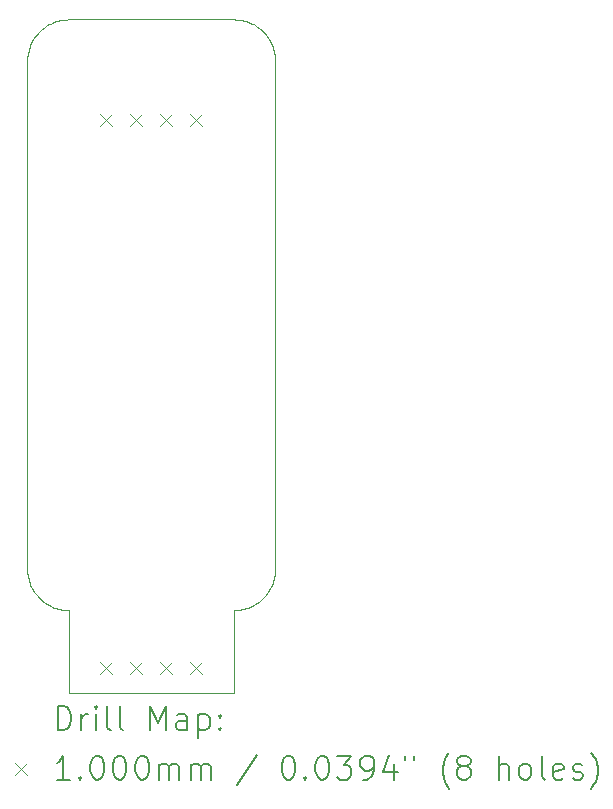
<source format=gbr>
%TF.GenerationSoftware,KiCad,Pcbnew,7.0.10*%
%TF.CreationDate,2024-06-27T11:43:57+02:00*%
%TF.ProjectId,Traffic LED Riser,54726166-6669-4632-904c-454420526973,rev?*%
%TF.SameCoordinates,Original*%
%TF.FileFunction,Drillmap*%
%TF.FilePolarity,Positive*%
%FSLAX45Y45*%
G04 Gerber Fmt 4.5, Leading zero omitted, Abs format (unit mm)*
G04 Created by KiCad (PCBNEW 7.0.10) date 2024-06-27 11:43:57*
%MOMM*%
%LPD*%
G01*
G04 APERTURE LIST*
%ADD10C,0.034872*%
%ADD11C,0.200000*%
%ADD12C,0.100000*%
G04 APERTURE END LIST*
D10*
X10002223Y-11853736D02*
X10001768Y-11835739D01*
X10003576Y-11871498D02*
X10002223Y-11853736D01*
X10005803Y-11889003D02*
X10003576Y-11871498D01*
X10008884Y-11906230D02*
X10005803Y-11889003D01*
X10012795Y-11923155D02*
X10008884Y-11906230D01*
X10017514Y-11939757D02*
X10012795Y-11923155D01*
X10023020Y-11956014D02*
X10017514Y-11939757D01*
X10029291Y-11971904D02*
X10023020Y-11956014D01*
X10036304Y-11987404D02*
X10029291Y-11971904D01*
X10044037Y-12002494D02*
X10036304Y-11987404D01*
X10052469Y-12017149D02*
X10044037Y-12002494D01*
X10061576Y-12031350D02*
X10052469Y-12017149D01*
X10071339Y-12045072D02*
X10061576Y-12031350D01*
X10081733Y-12058295D02*
X10071339Y-12045072D01*
X10092737Y-12070997D02*
X10081733Y-12058295D01*
X10104330Y-12083154D02*
X10092737Y-12070997D01*
X10116488Y-12094746D02*
X10104330Y-12083154D01*
X10129190Y-12105750D02*
X10116488Y-12094746D01*
X10142414Y-12116144D02*
X10129190Y-12105750D01*
X10156138Y-12125906D02*
X10142414Y-12116144D01*
X10170340Y-12135013D02*
X10156138Y-12125906D01*
X10184997Y-12143445D02*
X10170340Y-12135013D01*
X10200088Y-12151178D02*
X10184997Y-12143445D01*
X10215590Y-12158191D02*
X10200088Y-12151178D01*
X10231482Y-12164462D02*
X10215590Y-12158191D01*
X10247741Y-12169968D02*
X10231482Y-12164462D01*
X10264346Y-12174687D02*
X10247741Y-12169968D01*
X10281274Y-12178598D02*
X10264346Y-12174687D01*
X10298503Y-12181678D02*
X10281274Y-12178598D01*
X10316011Y-12183906D02*
X10298503Y-12181678D01*
X10333777Y-12185258D02*
X10316011Y-12183906D01*
X10351778Y-12185714D02*
X10333777Y-12185258D01*
X10351778Y-12887651D02*
X10351778Y-12185714D01*
X11751768Y-12887651D02*
X10351778Y-12887651D01*
X11751768Y-12185714D02*
X11751768Y-12887651D01*
X11769768Y-12185258D02*
X11751768Y-12185714D01*
X11787533Y-12183906D02*
X11769768Y-12185258D01*
X11805041Y-12181678D02*
X11787533Y-12183906D01*
X11822269Y-12178598D02*
X11805041Y-12181678D01*
X11839196Y-12174687D02*
X11822269Y-12178598D01*
X11855800Y-12169968D02*
X11839196Y-12174687D01*
X11872059Y-12164462D02*
X11855800Y-12169968D01*
X11887950Y-12158191D02*
X11872059Y-12164462D01*
X11903452Y-12151178D02*
X11887950Y-12158191D01*
X11918542Y-12143445D02*
X11903452Y-12151178D01*
X11933199Y-12135013D02*
X11918542Y-12143445D01*
X11947400Y-12125906D02*
X11933199Y-12135013D01*
X11961124Y-12116144D02*
X11947400Y-12125906D01*
X11974347Y-12105750D02*
X11961124Y-12116144D01*
X11987049Y-12094746D02*
X11974347Y-12105750D01*
X11999207Y-12083154D02*
X11987049Y-12094746D01*
X12010799Y-12070997D02*
X11999207Y-12083154D01*
X12021803Y-12058295D02*
X12010799Y-12070997D01*
X12032197Y-12045072D02*
X12021803Y-12058295D01*
X12041959Y-12031350D02*
X12032197Y-12045072D01*
X12051066Y-12017149D02*
X12041959Y-12031350D01*
X12059498Y-12002494D02*
X12051066Y-12017149D01*
X12067231Y-11987404D02*
X12059498Y-12002494D01*
X12074244Y-11971904D02*
X12067231Y-11987404D01*
X12080514Y-11956014D02*
X12074244Y-11971904D01*
X12086020Y-11939757D02*
X12080514Y-11956014D01*
X12090739Y-11923155D02*
X12086020Y-11939757D01*
X12094650Y-11906230D02*
X12090739Y-11923155D01*
X12097730Y-11889003D02*
X12094650Y-11906230D01*
X12099958Y-11871498D02*
X12097730Y-11889003D01*
X12101310Y-11853736D02*
X12099958Y-11871498D01*
X12101766Y-11835739D02*
X12101310Y-11853736D01*
X12101766Y-7535738D02*
X12101766Y-11835739D01*
X12101310Y-7517737D02*
X12101766Y-7535738D01*
X12099958Y-7499971D02*
X12101310Y-7517737D01*
X12097730Y-7482462D02*
X12099958Y-7499971D01*
X12094650Y-7465233D02*
X12097730Y-7482462D01*
X12090739Y-7448304D02*
X12094650Y-7465233D01*
X12086020Y-7431699D02*
X12090739Y-7448304D01*
X12080514Y-7415440D02*
X12086020Y-7431699D01*
X12074244Y-7399547D02*
X12080514Y-7415440D01*
X12067231Y-7384045D02*
X12074244Y-7399547D01*
X12059498Y-7368953D02*
X12067231Y-7384045D01*
X12051066Y-7354296D02*
X12059498Y-7368953D01*
X12041959Y-7340094D02*
X12051066Y-7354296D01*
X12032197Y-7326370D02*
X12041959Y-7340094D01*
X12021803Y-7313145D02*
X12032197Y-7326370D01*
X12010799Y-7300442D02*
X12021803Y-7313145D01*
X11999207Y-7288284D02*
X12010799Y-7300442D01*
X11987049Y-7276691D02*
X11999207Y-7288284D01*
X11974347Y-7265686D02*
X11987049Y-7276691D01*
X11961124Y-7255292D02*
X11974347Y-7265686D01*
X11947400Y-7245529D02*
X11961124Y-7255292D01*
X11933199Y-7236421D02*
X11947400Y-7245529D01*
X11918542Y-7227989D02*
X11933199Y-7236421D01*
X11903452Y-7220255D02*
X11918542Y-7227989D01*
X11887950Y-7213242D02*
X11903452Y-7220255D01*
X11872059Y-7206971D02*
X11887950Y-7213242D01*
X11855800Y-7201465D02*
X11872059Y-7206971D01*
X11839196Y-7196745D02*
X11855800Y-7201465D01*
X11822269Y-7192834D02*
X11839196Y-7196745D01*
X11805041Y-7189754D02*
X11822269Y-7192834D01*
X11787533Y-7187527D02*
X11805041Y-7189754D01*
X11769768Y-7186174D02*
X11787533Y-7187527D01*
X11751768Y-7185718D02*
X11769768Y-7186174D01*
X10351778Y-7185718D02*
X11751768Y-7185718D01*
X10333777Y-7186174D02*
X10351778Y-7185718D01*
X10316011Y-7187527D02*
X10333777Y-7186174D01*
X10298503Y-7189754D02*
X10316011Y-7187527D01*
X10281274Y-7192834D02*
X10298503Y-7189754D01*
X10264346Y-7196745D02*
X10281274Y-7192834D01*
X10247741Y-7201465D02*
X10264346Y-7196745D01*
X10231482Y-7206971D02*
X10247741Y-7201465D01*
X10215590Y-7213242D02*
X10231482Y-7206971D01*
X10200088Y-7220255D02*
X10215590Y-7213242D01*
X10184997Y-7227989D02*
X10200088Y-7220255D01*
X10170340Y-7236421D02*
X10184997Y-7227989D01*
X10156138Y-7245529D02*
X10170340Y-7236421D01*
X10142414Y-7255292D02*
X10156138Y-7245529D01*
X10129190Y-7265686D02*
X10142414Y-7255292D01*
X10116488Y-7276691D02*
X10129190Y-7265686D01*
X10104330Y-7288284D02*
X10116488Y-7276691D01*
X10092737Y-7300442D02*
X10104330Y-7288284D01*
X10081733Y-7313145D02*
X10092737Y-7300442D01*
X10071339Y-7326370D02*
X10081733Y-7313145D01*
X10061576Y-7340094D02*
X10071339Y-7326370D01*
X10052469Y-7354296D02*
X10061576Y-7340094D01*
X10044037Y-7368953D02*
X10052469Y-7354296D01*
X10036304Y-7384045D02*
X10044037Y-7368953D01*
X10029291Y-7399547D02*
X10036304Y-7384045D01*
X10023020Y-7415440D02*
X10029291Y-7399547D01*
X10017514Y-7431699D02*
X10023020Y-7415440D01*
X10012795Y-7448304D02*
X10017514Y-7431699D01*
X10008884Y-7465233D02*
X10012795Y-7448304D01*
X10005803Y-7482462D02*
X10008884Y-7465233D01*
X10003576Y-7499971D02*
X10005803Y-7482462D01*
X10002223Y-7517737D02*
X10003576Y-7499971D01*
X10001768Y-7535738D02*
X10002223Y-7517737D01*
X10001768Y-11835739D02*
X10001768Y-7535738D01*
D11*
D12*
X10621767Y-7988200D02*
X10721767Y-8088200D01*
X10721767Y-7988200D02*
X10621767Y-8088200D01*
X10621767Y-12627800D02*
X10721767Y-12727800D01*
X10721767Y-12627800D02*
X10621767Y-12727800D01*
X10875767Y-7988200D02*
X10975767Y-8088200D01*
X10975767Y-7988200D02*
X10875767Y-8088200D01*
X10875767Y-12627800D02*
X10975767Y-12727800D01*
X10975767Y-12627800D02*
X10875767Y-12727800D01*
X11129767Y-7988200D02*
X11229767Y-8088200D01*
X11229767Y-7988200D02*
X11129767Y-8088200D01*
X11129767Y-12627800D02*
X11229767Y-12727800D01*
X11229767Y-12627800D02*
X11129767Y-12727800D01*
X11383767Y-7988200D02*
X11483767Y-8088200D01*
X11483767Y-7988200D02*
X11383767Y-8088200D01*
X11383767Y-12627800D02*
X11483767Y-12727800D01*
X11483767Y-12627800D02*
X11383767Y-12727800D01*
D11*
X10260801Y-13200878D02*
X10260801Y-13000878D01*
X10260801Y-13000878D02*
X10308420Y-13000878D01*
X10308420Y-13000878D02*
X10336991Y-13010402D01*
X10336991Y-13010402D02*
X10356039Y-13029450D01*
X10356039Y-13029450D02*
X10365563Y-13048497D01*
X10365563Y-13048497D02*
X10375087Y-13086592D01*
X10375087Y-13086592D02*
X10375087Y-13115164D01*
X10375087Y-13115164D02*
X10365563Y-13153259D01*
X10365563Y-13153259D02*
X10356039Y-13172307D01*
X10356039Y-13172307D02*
X10336991Y-13191354D01*
X10336991Y-13191354D02*
X10308420Y-13200878D01*
X10308420Y-13200878D02*
X10260801Y-13200878D01*
X10460801Y-13200878D02*
X10460801Y-13067545D01*
X10460801Y-13105640D02*
X10470325Y-13086592D01*
X10470325Y-13086592D02*
X10479848Y-13077069D01*
X10479848Y-13077069D02*
X10498896Y-13067545D01*
X10498896Y-13067545D02*
X10517944Y-13067545D01*
X10584610Y-13200878D02*
X10584610Y-13067545D01*
X10584610Y-13000878D02*
X10575087Y-13010402D01*
X10575087Y-13010402D02*
X10584610Y-13019926D01*
X10584610Y-13019926D02*
X10594134Y-13010402D01*
X10594134Y-13010402D02*
X10584610Y-13000878D01*
X10584610Y-13000878D02*
X10584610Y-13019926D01*
X10708420Y-13200878D02*
X10689372Y-13191354D01*
X10689372Y-13191354D02*
X10679848Y-13172307D01*
X10679848Y-13172307D02*
X10679848Y-13000878D01*
X10813182Y-13200878D02*
X10794134Y-13191354D01*
X10794134Y-13191354D02*
X10784610Y-13172307D01*
X10784610Y-13172307D02*
X10784610Y-13000878D01*
X11041753Y-13200878D02*
X11041753Y-13000878D01*
X11041753Y-13000878D02*
X11108420Y-13143735D01*
X11108420Y-13143735D02*
X11175087Y-13000878D01*
X11175087Y-13000878D02*
X11175087Y-13200878D01*
X11356039Y-13200878D02*
X11356039Y-13096116D01*
X11356039Y-13096116D02*
X11346515Y-13077069D01*
X11346515Y-13077069D02*
X11327467Y-13067545D01*
X11327467Y-13067545D02*
X11289372Y-13067545D01*
X11289372Y-13067545D02*
X11270325Y-13077069D01*
X11356039Y-13191354D02*
X11336991Y-13200878D01*
X11336991Y-13200878D02*
X11289372Y-13200878D01*
X11289372Y-13200878D02*
X11270325Y-13191354D01*
X11270325Y-13191354D02*
X11260801Y-13172307D01*
X11260801Y-13172307D02*
X11260801Y-13153259D01*
X11260801Y-13153259D02*
X11270325Y-13134211D01*
X11270325Y-13134211D02*
X11289372Y-13124688D01*
X11289372Y-13124688D02*
X11336991Y-13124688D01*
X11336991Y-13124688D02*
X11356039Y-13115164D01*
X11451277Y-13067545D02*
X11451277Y-13267545D01*
X11451277Y-13077069D02*
X11470325Y-13067545D01*
X11470325Y-13067545D02*
X11508420Y-13067545D01*
X11508420Y-13067545D02*
X11527467Y-13077069D01*
X11527467Y-13077069D02*
X11536991Y-13086592D01*
X11536991Y-13086592D02*
X11546515Y-13105640D01*
X11546515Y-13105640D02*
X11546515Y-13162783D01*
X11546515Y-13162783D02*
X11536991Y-13181830D01*
X11536991Y-13181830D02*
X11527467Y-13191354D01*
X11527467Y-13191354D02*
X11508420Y-13200878D01*
X11508420Y-13200878D02*
X11470325Y-13200878D01*
X11470325Y-13200878D02*
X11451277Y-13191354D01*
X11632229Y-13181830D02*
X11641753Y-13191354D01*
X11641753Y-13191354D02*
X11632229Y-13200878D01*
X11632229Y-13200878D02*
X11622706Y-13191354D01*
X11622706Y-13191354D02*
X11632229Y-13181830D01*
X11632229Y-13181830D02*
X11632229Y-13200878D01*
X11632229Y-13077069D02*
X11641753Y-13086592D01*
X11641753Y-13086592D02*
X11632229Y-13096116D01*
X11632229Y-13096116D02*
X11622706Y-13086592D01*
X11622706Y-13086592D02*
X11632229Y-13077069D01*
X11632229Y-13077069D02*
X11632229Y-13096116D01*
D12*
X9900024Y-13479394D02*
X10000024Y-13579394D01*
X10000024Y-13479394D02*
X9900024Y-13579394D01*
D11*
X10365563Y-13620878D02*
X10251277Y-13620878D01*
X10308420Y-13620878D02*
X10308420Y-13420878D01*
X10308420Y-13420878D02*
X10289372Y-13449450D01*
X10289372Y-13449450D02*
X10270325Y-13468497D01*
X10270325Y-13468497D02*
X10251277Y-13478021D01*
X10451277Y-13601830D02*
X10460801Y-13611354D01*
X10460801Y-13611354D02*
X10451277Y-13620878D01*
X10451277Y-13620878D02*
X10441753Y-13611354D01*
X10441753Y-13611354D02*
X10451277Y-13601830D01*
X10451277Y-13601830D02*
X10451277Y-13620878D01*
X10584610Y-13420878D02*
X10603658Y-13420878D01*
X10603658Y-13420878D02*
X10622706Y-13430402D01*
X10622706Y-13430402D02*
X10632229Y-13439926D01*
X10632229Y-13439926D02*
X10641753Y-13458973D01*
X10641753Y-13458973D02*
X10651277Y-13497069D01*
X10651277Y-13497069D02*
X10651277Y-13544688D01*
X10651277Y-13544688D02*
X10641753Y-13582783D01*
X10641753Y-13582783D02*
X10632229Y-13601830D01*
X10632229Y-13601830D02*
X10622706Y-13611354D01*
X10622706Y-13611354D02*
X10603658Y-13620878D01*
X10603658Y-13620878D02*
X10584610Y-13620878D01*
X10584610Y-13620878D02*
X10565563Y-13611354D01*
X10565563Y-13611354D02*
X10556039Y-13601830D01*
X10556039Y-13601830D02*
X10546515Y-13582783D01*
X10546515Y-13582783D02*
X10536991Y-13544688D01*
X10536991Y-13544688D02*
X10536991Y-13497069D01*
X10536991Y-13497069D02*
X10546515Y-13458973D01*
X10546515Y-13458973D02*
X10556039Y-13439926D01*
X10556039Y-13439926D02*
X10565563Y-13430402D01*
X10565563Y-13430402D02*
X10584610Y-13420878D01*
X10775087Y-13420878D02*
X10794134Y-13420878D01*
X10794134Y-13420878D02*
X10813182Y-13430402D01*
X10813182Y-13430402D02*
X10822706Y-13439926D01*
X10822706Y-13439926D02*
X10832229Y-13458973D01*
X10832229Y-13458973D02*
X10841753Y-13497069D01*
X10841753Y-13497069D02*
X10841753Y-13544688D01*
X10841753Y-13544688D02*
X10832229Y-13582783D01*
X10832229Y-13582783D02*
X10822706Y-13601830D01*
X10822706Y-13601830D02*
X10813182Y-13611354D01*
X10813182Y-13611354D02*
X10794134Y-13620878D01*
X10794134Y-13620878D02*
X10775087Y-13620878D01*
X10775087Y-13620878D02*
X10756039Y-13611354D01*
X10756039Y-13611354D02*
X10746515Y-13601830D01*
X10746515Y-13601830D02*
X10736991Y-13582783D01*
X10736991Y-13582783D02*
X10727468Y-13544688D01*
X10727468Y-13544688D02*
X10727468Y-13497069D01*
X10727468Y-13497069D02*
X10736991Y-13458973D01*
X10736991Y-13458973D02*
X10746515Y-13439926D01*
X10746515Y-13439926D02*
X10756039Y-13430402D01*
X10756039Y-13430402D02*
X10775087Y-13420878D01*
X10965563Y-13420878D02*
X10984610Y-13420878D01*
X10984610Y-13420878D02*
X11003658Y-13430402D01*
X11003658Y-13430402D02*
X11013182Y-13439926D01*
X11013182Y-13439926D02*
X11022706Y-13458973D01*
X11022706Y-13458973D02*
X11032229Y-13497069D01*
X11032229Y-13497069D02*
X11032229Y-13544688D01*
X11032229Y-13544688D02*
X11022706Y-13582783D01*
X11022706Y-13582783D02*
X11013182Y-13601830D01*
X11013182Y-13601830D02*
X11003658Y-13611354D01*
X11003658Y-13611354D02*
X10984610Y-13620878D01*
X10984610Y-13620878D02*
X10965563Y-13620878D01*
X10965563Y-13620878D02*
X10946515Y-13611354D01*
X10946515Y-13611354D02*
X10936991Y-13601830D01*
X10936991Y-13601830D02*
X10927468Y-13582783D01*
X10927468Y-13582783D02*
X10917944Y-13544688D01*
X10917944Y-13544688D02*
X10917944Y-13497069D01*
X10917944Y-13497069D02*
X10927468Y-13458973D01*
X10927468Y-13458973D02*
X10936991Y-13439926D01*
X10936991Y-13439926D02*
X10946515Y-13430402D01*
X10946515Y-13430402D02*
X10965563Y-13420878D01*
X11117944Y-13620878D02*
X11117944Y-13487545D01*
X11117944Y-13506592D02*
X11127468Y-13497069D01*
X11127468Y-13497069D02*
X11146515Y-13487545D01*
X11146515Y-13487545D02*
X11175087Y-13487545D01*
X11175087Y-13487545D02*
X11194134Y-13497069D01*
X11194134Y-13497069D02*
X11203658Y-13516116D01*
X11203658Y-13516116D02*
X11203658Y-13620878D01*
X11203658Y-13516116D02*
X11213182Y-13497069D01*
X11213182Y-13497069D02*
X11232229Y-13487545D01*
X11232229Y-13487545D02*
X11260801Y-13487545D01*
X11260801Y-13487545D02*
X11279848Y-13497069D01*
X11279848Y-13497069D02*
X11289372Y-13516116D01*
X11289372Y-13516116D02*
X11289372Y-13620878D01*
X11384610Y-13620878D02*
X11384610Y-13487545D01*
X11384610Y-13506592D02*
X11394134Y-13497069D01*
X11394134Y-13497069D02*
X11413182Y-13487545D01*
X11413182Y-13487545D02*
X11441753Y-13487545D01*
X11441753Y-13487545D02*
X11460801Y-13497069D01*
X11460801Y-13497069D02*
X11470325Y-13516116D01*
X11470325Y-13516116D02*
X11470325Y-13620878D01*
X11470325Y-13516116D02*
X11479848Y-13497069D01*
X11479848Y-13497069D02*
X11498896Y-13487545D01*
X11498896Y-13487545D02*
X11527467Y-13487545D01*
X11527467Y-13487545D02*
X11546515Y-13497069D01*
X11546515Y-13497069D02*
X11556039Y-13516116D01*
X11556039Y-13516116D02*
X11556039Y-13620878D01*
X11946515Y-13411354D02*
X11775087Y-13668497D01*
X12203658Y-13420878D02*
X12222706Y-13420878D01*
X12222706Y-13420878D02*
X12241753Y-13430402D01*
X12241753Y-13430402D02*
X12251277Y-13439926D01*
X12251277Y-13439926D02*
X12260801Y-13458973D01*
X12260801Y-13458973D02*
X12270325Y-13497069D01*
X12270325Y-13497069D02*
X12270325Y-13544688D01*
X12270325Y-13544688D02*
X12260801Y-13582783D01*
X12260801Y-13582783D02*
X12251277Y-13601830D01*
X12251277Y-13601830D02*
X12241753Y-13611354D01*
X12241753Y-13611354D02*
X12222706Y-13620878D01*
X12222706Y-13620878D02*
X12203658Y-13620878D01*
X12203658Y-13620878D02*
X12184610Y-13611354D01*
X12184610Y-13611354D02*
X12175087Y-13601830D01*
X12175087Y-13601830D02*
X12165563Y-13582783D01*
X12165563Y-13582783D02*
X12156039Y-13544688D01*
X12156039Y-13544688D02*
X12156039Y-13497069D01*
X12156039Y-13497069D02*
X12165563Y-13458973D01*
X12165563Y-13458973D02*
X12175087Y-13439926D01*
X12175087Y-13439926D02*
X12184610Y-13430402D01*
X12184610Y-13430402D02*
X12203658Y-13420878D01*
X12356039Y-13601830D02*
X12365563Y-13611354D01*
X12365563Y-13611354D02*
X12356039Y-13620878D01*
X12356039Y-13620878D02*
X12346515Y-13611354D01*
X12346515Y-13611354D02*
X12356039Y-13601830D01*
X12356039Y-13601830D02*
X12356039Y-13620878D01*
X12489372Y-13420878D02*
X12508420Y-13420878D01*
X12508420Y-13420878D02*
X12527468Y-13430402D01*
X12527468Y-13430402D02*
X12536991Y-13439926D01*
X12536991Y-13439926D02*
X12546515Y-13458973D01*
X12546515Y-13458973D02*
X12556039Y-13497069D01*
X12556039Y-13497069D02*
X12556039Y-13544688D01*
X12556039Y-13544688D02*
X12546515Y-13582783D01*
X12546515Y-13582783D02*
X12536991Y-13601830D01*
X12536991Y-13601830D02*
X12527468Y-13611354D01*
X12527468Y-13611354D02*
X12508420Y-13620878D01*
X12508420Y-13620878D02*
X12489372Y-13620878D01*
X12489372Y-13620878D02*
X12470325Y-13611354D01*
X12470325Y-13611354D02*
X12460801Y-13601830D01*
X12460801Y-13601830D02*
X12451277Y-13582783D01*
X12451277Y-13582783D02*
X12441753Y-13544688D01*
X12441753Y-13544688D02*
X12441753Y-13497069D01*
X12441753Y-13497069D02*
X12451277Y-13458973D01*
X12451277Y-13458973D02*
X12460801Y-13439926D01*
X12460801Y-13439926D02*
X12470325Y-13430402D01*
X12470325Y-13430402D02*
X12489372Y-13420878D01*
X12622706Y-13420878D02*
X12746515Y-13420878D01*
X12746515Y-13420878D02*
X12679849Y-13497069D01*
X12679849Y-13497069D02*
X12708420Y-13497069D01*
X12708420Y-13497069D02*
X12727468Y-13506592D01*
X12727468Y-13506592D02*
X12736991Y-13516116D01*
X12736991Y-13516116D02*
X12746515Y-13535164D01*
X12746515Y-13535164D02*
X12746515Y-13582783D01*
X12746515Y-13582783D02*
X12736991Y-13601830D01*
X12736991Y-13601830D02*
X12727468Y-13611354D01*
X12727468Y-13611354D02*
X12708420Y-13620878D01*
X12708420Y-13620878D02*
X12651277Y-13620878D01*
X12651277Y-13620878D02*
X12632230Y-13611354D01*
X12632230Y-13611354D02*
X12622706Y-13601830D01*
X12841753Y-13620878D02*
X12879849Y-13620878D01*
X12879849Y-13620878D02*
X12898896Y-13611354D01*
X12898896Y-13611354D02*
X12908420Y-13601830D01*
X12908420Y-13601830D02*
X12927468Y-13573259D01*
X12927468Y-13573259D02*
X12936991Y-13535164D01*
X12936991Y-13535164D02*
X12936991Y-13458973D01*
X12936991Y-13458973D02*
X12927468Y-13439926D01*
X12927468Y-13439926D02*
X12917944Y-13430402D01*
X12917944Y-13430402D02*
X12898896Y-13420878D01*
X12898896Y-13420878D02*
X12860801Y-13420878D01*
X12860801Y-13420878D02*
X12841753Y-13430402D01*
X12841753Y-13430402D02*
X12832230Y-13439926D01*
X12832230Y-13439926D02*
X12822706Y-13458973D01*
X12822706Y-13458973D02*
X12822706Y-13506592D01*
X12822706Y-13506592D02*
X12832230Y-13525640D01*
X12832230Y-13525640D02*
X12841753Y-13535164D01*
X12841753Y-13535164D02*
X12860801Y-13544688D01*
X12860801Y-13544688D02*
X12898896Y-13544688D01*
X12898896Y-13544688D02*
X12917944Y-13535164D01*
X12917944Y-13535164D02*
X12927468Y-13525640D01*
X12927468Y-13525640D02*
X12936991Y-13506592D01*
X13108420Y-13487545D02*
X13108420Y-13620878D01*
X13060801Y-13411354D02*
X13013182Y-13554211D01*
X13013182Y-13554211D02*
X13136991Y-13554211D01*
X13203658Y-13420878D02*
X13203658Y-13458973D01*
X13279849Y-13420878D02*
X13279849Y-13458973D01*
X13575087Y-13697069D02*
X13565563Y-13687545D01*
X13565563Y-13687545D02*
X13546515Y-13658973D01*
X13546515Y-13658973D02*
X13536992Y-13639926D01*
X13536992Y-13639926D02*
X13527468Y-13611354D01*
X13527468Y-13611354D02*
X13517944Y-13563735D01*
X13517944Y-13563735D02*
X13517944Y-13525640D01*
X13517944Y-13525640D02*
X13527468Y-13478021D01*
X13527468Y-13478021D02*
X13536992Y-13449450D01*
X13536992Y-13449450D02*
X13546515Y-13430402D01*
X13546515Y-13430402D02*
X13565563Y-13401830D01*
X13565563Y-13401830D02*
X13575087Y-13392307D01*
X13679849Y-13506592D02*
X13660801Y-13497069D01*
X13660801Y-13497069D02*
X13651277Y-13487545D01*
X13651277Y-13487545D02*
X13641753Y-13468497D01*
X13641753Y-13468497D02*
X13641753Y-13458973D01*
X13641753Y-13458973D02*
X13651277Y-13439926D01*
X13651277Y-13439926D02*
X13660801Y-13430402D01*
X13660801Y-13430402D02*
X13679849Y-13420878D01*
X13679849Y-13420878D02*
X13717944Y-13420878D01*
X13717944Y-13420878D02*
X13736992Y-13430402D01*
X13736992Y-13430402D02*
X13746515Y-13439926D01*
X13746515Y-13439926D02*
X13756039Y-13458973D01*
X13756039Y-13458973D02*
X13756039Y-13468497D01*
X13756039Y-13468497D02*
X13746515Y-13487545D01*
X13746515Y-13487545D02*
X13736992Y-13497069D01*
X13736992Y-13497069D02*
X13717944Y-13506592D01*
X13717944Y-13506592D02*
X13679849Y-13506592D01*
X13679849Y-13506592D02*
X13660801Y-13516116D01*
X13660801Y-13516116D02*
X13651277Y-13525640D01*
X13651277Y-13525640D02*
X13641753Y-13544688D01*
X13641753Y-13544688D02*
X13641753Y-13582783D01*
X13641753Y-13582783D02*
X13651277Y-13601830D01*
X13651277Y-13601830D02*
X13660801Y-13611354D01*
X13660801Y-13611354D02*
X13679849Y-13620878D01*
X13679849Y-13620878D02*
X13717944Y-13620878D01*
X13717944Y-13620878D02*
X13736992Y-13611354D01*
X13736992Y-13611354D02*
X13746515Y-13601830D01*
X13746515Y-13601830D02*
X13756039Y-13582783D01*
X13756039Y-13582783D02*
X13756039Y-13544688D01*
X13756039Y-13544688D02*
X13746515Y-13525640D01*
X13746515Y-13525640D02*
X13736992Y-13516116D01*
X13736992Y-13516116D02*
X13717944Y-13506592D01*
X13994134Y-13620878D02*
X13994134Y-13420878D01*
X14079849Y-13620878D02*
X14079849Y-13516116D01*
X14079849Y-13516116D02*
X14070325Y-13497069D01*
X14070325Y-13497069D02*
X14051277Y-13487545D01*
X14051277Y-13487545D02*
X14022706Y-13487545D01*
X14022706Y-13487545D02*
X14003658Y-13497069D01*
X14003658Y-13497069D02*
X13994134Y-13506592D01*
X14203658Y-13620878D02*
X14184611Y-13611354D01*
X14184611Y-13611354D02*
X14175087Y-13601830D01*
X14175087Y-13601830D02*
X14165563Y-13582783D01*
X14165563Y-13582783D02*
X14165563Y-13525640D01*
X14165563Y-13525640D02*
X14175087Y-13506592D01*
X14175087Y-13506592D02*
X14184611Y-13497069D01*
X14184611Y-13497069D02*
X14203658Y-13487545D01*
X14203658Y-13487545D02*
X14232230Y-13487545D01*
X14232230Y-13487545D02*
X14251277Y-13497069D01*
X14251277Y-13497069D02*
X14260801Y-13506592D01*
X14260801Y-13506592D02*
X14270325Y-13525640D01*
X14270325Y-13525640D02*
X14270325Y-13582783D01*
X14270325Y-13582783D02*
X14260801Y-13601830D01*
X14260801Y-13601830D02*
X14251277Y-13611354D01*
X14251277Y-13611354D02*
X14232230Y-13620878D01*
X14232230Y-13620878D02*
X14203658Y-13620878D01*
X14384611Y-13620878D02*
X14365563Y-13611354D01*
X14365563Y-13611354D02*
X14356039Y-13592307D01*
X14356039Y-13592307D02*
X14356039Y-13420878D01*
X14536992Y-13611354D02*
X14517944Y-13620878D01*
X14517944Y-13620878D02*
X14479849Y-13620878D01*
X14479849Y-13620878D02*
X14460801Y-13611354D01*
X14460801Y-13611354D02*
X14451277Y-13592307D01*
X14451277Y-13592307D02*
X14451277Y-13516116D01*
X14451277Y-13516116D02*
X14460801Y-13497069D01*
X14460801Y-13497069D02*
X14479849Y-13487545D01*
X14479849Y-13487545D02*
X14517944Y-13487545D01*
X14517944Y-13487545D02*
X14536992Y-13497069D01*
X14536992Y-13497069D02*
X14546515Y-13516116D01*
X14546515Y-13516116D02*
X14546515Y-13535164D01*
X14546515Y-13535164D02*
X14451277Y-13554211D01*
X14622706Y-13611354D02*
X14641754Y-13620878D01*
X14641754Y-13620878D02*
X14679849Y-13620878D01*
X14679849Y-13620878D02*
X14698896Y-13611354D01*
X14698896Y-13611354D02*
X14708420Y-13592307D01*
X14708420Y-13592307D02*
X14708420Y-13582783D01*
X14708420Y-13582783D02*
X14698896Y-13563735D01*
X14698896Y-13563735D02*
X14679849Y-13554211D01*
X14679849Y-13554211D02*
X14651277Y-13554211D01*
X14651277Y-13554211D02*
X14632230Y-13544688D01*
X14632230Y-13544688D02*
X14622706Y-13525640D01*
X14622706Y-13525640D02*
X14622706Y-13516116D01*
X14622706Y-13516116D02*
X14632230Y-13497069D01*
X14632230Y-13497069D02*
X14651277Y-13487545D01*
X14651277Y-13487545D02*
X14679849Y-13487545D01*
X14679849Y-13487545D02*
X14698896Y-13497069D01*
X14775087Y-13697069D02*
X14784611Y-13687545D01*
X14784611Y-13687545D02*
X14803658Y-13658973D01*
X14803658Y-13658973D02*
X14813182Y-13639926D01*
X14813182Y-13639926D02*
X14822706Y-13611354D01*
X14822706Y-13611354D02*
X14832230Y-13563735D01*
X14832230Y-13563735D02*
X14832230Y-13525640D01*
X14832230Y-13525640D02*
X14822706Y-13478021D01*
X14822706Y-13478021D02*
X14813182Y-13449450D01*
X14813182Y-13449450D02*
X14803658Y-13430402D01*
X14803658Y-13430402D02*
X14784611Y-13401830D01*
X14784611Y-13401830D02*
X14775087Y-13392307D01*
M02*

</source>
